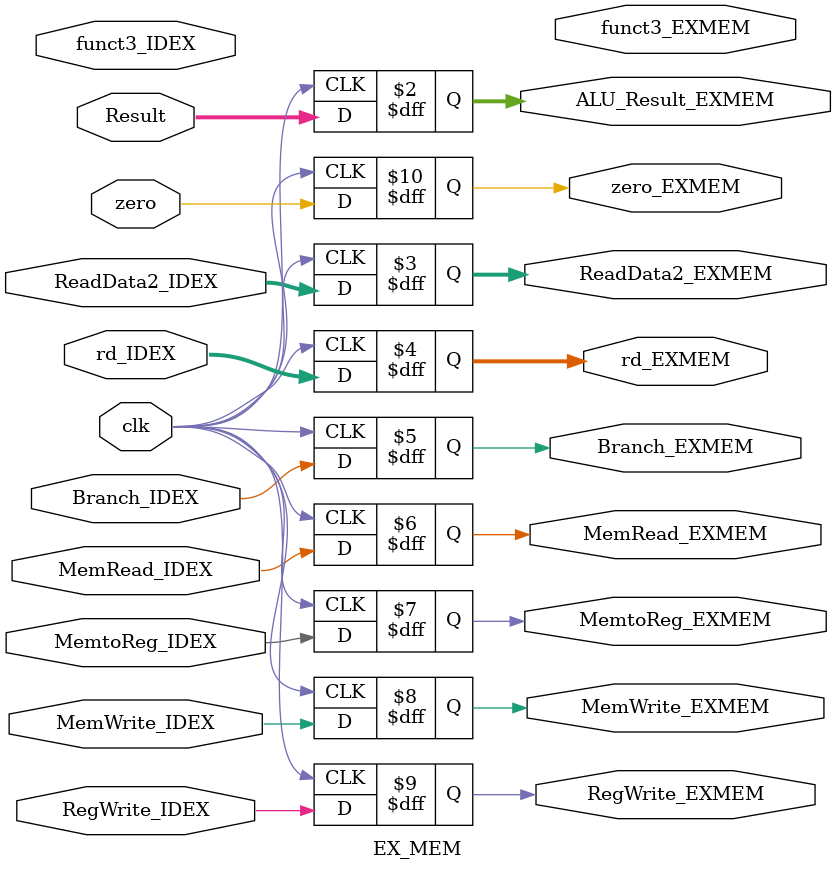
<source format=v>
module EX_MEM (
    input clk,
    input [63:0] Result,
    input [63:0] ReadData2_IDEX,
    input [4:0] rd_IDEX,
    input Branch_IDEX, MemRead_IDEX, MemtoReg_IDEX, MemWrite_IDEX, RegWrite_IDEX,
    input zero,
    input funct3_IDEX,
    
    output reg [63:0] ALU_Result_EXMEM,
    output reg [63:0] ReadData2_EXMEM,
    output reg [4:0] rd_EXMEM,
    output reg Branch_EXMEM, MemRead_EXMEM, MemtoReg_EXMEM, MemWrite_EXMEM, RegWrite_EXMEM,
    output reg zero_EXMEM,
    output reg funct3_EXMEM
);
    always @(posedge clk) begin
        ALU_Result_EXMEM <= Result;
        ReadData2_EXMEM <= ReadData2_IDEX;
        rd_EXMEM <= rd_IDEX;
        Branch_EXMEM <= Branch_IDEX;
        MemRead_EXMEM <= MemRead_IDEX;
        MemtoReg_EXMEM <= MemtoReg_IDEX;
        MemWrite_EXMEM <= MemWrite_IDEX;
        RegWrite_EXMEM <= RegWrite_IDEX;
        zero_EXMEM <= zero;
    end
endmodule
</source>
